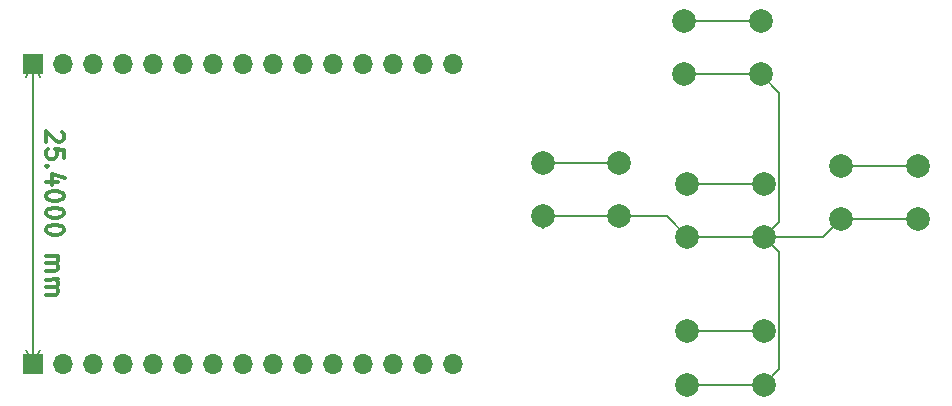
<source format=gbr>
%TF.GenerationSoftware,KiCad,Pcbnew,8.0.8*%
%TF.CreationDate,2025-06-12T22:03:47+05:30*%
%TF.ProjectId,Smart_Tic_Tac_Toe,536d6172-745f-4546-9963-5f5461635f54,rev?*%
%TF.SameCoordinates,Original*%
%TF.FileFunction,Copper,L1,Top*%
%TF.FilePolarity,Positive*%
%FSLAX46Y46*%
G04 Gerber Fmt 4.6, Leading zero omitted, Abs format (unit mm)*
G04 Created by KiCad (PCBNEW 8.0.8) date 2025-06-12 22:03:47*
%MOMM*%
%LPD*%
G01*
G04 APERTURE LIST*
%ADD10C,0.300000*%
%TA.AperFunction,NonConductor*%
%ADD11C,0.300000*%
%TD*%
%TA.AperFunction,NonConductor*%
%ADD12C,0.200000*%
%TD*%
%TA.AperFunction,ComponentPad*%
%ADD13C,2.000000*%
%TD*%
%TA.AperFunction,ComponentPad*%
%ADD14R,1.700000X1.700000*%
%TD*%
%TA.AperFunction,ComponentPad*%
%ADD15O,1.700000X1.700000*%
%TD*%
%TA.AperFunction,Conductor*%
%ADD16C,0.200000*%
%TD*%
G04 APERTURE END LIST*
D10*
D11*
X91385629Y-80768507D02*
X91457142Y-80839851D01*
X91457142Y-80839851D02*
X91528739Y-80982624D01*
X91528739Y-80982624D02*
X91529161Y-81339766D01*
X91529161Y-81339766D02*
X91457901Y-81482708D01*
X91457901Y-81482708D02*
X91386557Y-81554221D01*
X91386557Y-81554221D02*
X91243784Y-81625818D01*
X91243784Y-81625818D02*
X91100927Y-81625987D01*
X91100927Y-81625987D02*
X90886557Y-81554811D01*
X90886557Y-81554811D02*
X90028403Y-80698681D01*
X90028403Y-80698681D02*
X90029499Y-81627252D01*
X91531101Y-82982622D02*
X91530258Y-82268337D01*
X91530258Y-82268337D02*
X90815888Y-82197752D01*
X90815888Y-82197752D02*
X90887401Y-82269096D01*
X90887401Y-82269096D02*
X90958998Y-82411869D01*
X90958998Y-82411869D02*
X90959420Y-82769011D01*
X90959420Y-82769011D02*
X90888160Y-82911953D01*
X90888160Y-82911953D02*
X90816816Y-82983466D01*
X90816816Y-82983466D02*
X90674043Y-83055063D01*
X90674043Y-83055063D02*
X90316901Y-83055485D01*
X90316901Y-83055485D02*
X90173959Y-82984225D01*
X90173959Y-82984225D02*
X90102447Y-82912881D01*
X90102447Y-82912881D02*
X90030849Y-82770108D01*
X90030849Y-82770108D02*
X90030427Y-82412965D01*
X90030427Y-82412965D02*
X90101687Y-82270024D01*
X90101687Y-82270024D02*
X90173031Y-82198511D01*
X90174803Y-83698510D02*
X90103459Y-83770022D01*
X90103459Y-83770022D02*
X90031946Y-83698678D01*
X90031946Y-83698678D02*
X90103290Y-83627165D01*
X90103290Y-83627165D02*
X90174803Y-83698510D01*
X90174803Y-83698510D02*
X90031946Y-83698678D01*
X91033548Y-85054639D02*
X90033549Y-85055821D01*
X91604555Y-84696822D02*
X90532705Y-84340945D01*
X90532705Y-84340945D02*
X90533802Y-85269516D01*
X91534813Y-86125476D02*
X91534982Y-86268333D01*
X91534982Y-86268333D02*
X91463722Y-86411275D01*
X91463722Y-86411275D02*
X91392378Y-86482788D01*
X91392378Y-86482788D02*
X91249605Y-86554385D01*
X91249605Y-86554385D02*
X90963976Y-86626151D01*
X90963976Y-86626151D02*
X90606833Y-86626573D01*
X90606833Y-86626573D02*
X90321035Y-86555482D01*
X90321035Y-86555482D02*
X90178093Y-86484222D01*
X90178093Y-86484222D02*
X90106580Y-86412878D01*
X90106580Y-86412878D02*
X90034983Y-86270105D01*
X90034983Y-86270105D02*
X90034814Y-86127248D01*
X90034814Y-86127248D02*
X90106074Y-85984307D01*
X90106074Y-85984307D02*
X90177418Y-85912794D01*
X90177418Y-85912794D02*
X90320191Y-85841196D01*
X90320191Y-85841196D02*
X90605821Y-85769430D01*
X90605821Y-85769430D02*
X90962963Y-85769009D01*
X90962963Y-85769009D02*
X91248762Y-85840100D01*
X91248762Y-85840100D02*
X91391703Y-85911359D01*
X91391703Y-85911359D02*
X91463216Y-85982704D01*
X91463216Y-85982704D02*
X91534813Y-86125476D01*
X91536501Y-87554046D02*
X91536669Y-87696903D01*
X91536669Y-87696903D02*
X91465410Y-87839845D01*
X91465410Y-87839845D02*
X91394065Y-87911358D01*
X91394065Y-87911358D02*
X91251293Y-87982955D01*
X91251293Y-87982955D02*
X90965663Y-88054721D01*
X90965663Y-88054721D02*
X90608520Y-88055143D01*
X90608520Y-88055143D02*
X90322722Y-87984052D01*
X90322722Y-87984052D02*
X90179781Y-87912792D01*
X90179781Y-87912792D02*
X90108268Y-87841448D01*
X90108268Y-87841448D02*
X90036670Y-87698675D01*
X90036670Y-87698675D02*
X90036502Y-87555818D01*
X90036502Y-87555818D02*
X90107761Y-87412877D01*
X90107761Y-87412877D02*
X90179106Y-87341364D01*
X90179106Y-87341364D02*
X90321878Y-87269766D01*
X90321878Y-87269766D02*
X90607508Y-87198000D01*
X90607508Y-87198000D02*
X90964651Y-87197579D01*
X90964651Y-87197579D02*
X91250449Y-87268670D01*
X91250449Y-87268670D02*
X91393390Y-87339929D01*
X91393390Y-87339929D02*
X91464903Y-87411274D01*
X91464903Y-87411274D02*
X91536501Y-87554046D01*
X91538188Y-88982616D02*
X91538357Y-89125473D01*
X91538357Y-89125473D02*
X91467097Y-89268415D01*
X91467097Y-89268415D02*
X91395753Y-89339928D01*
X91395753Y-89339928D02*
X91252980Y-89411525D01*
X91252980Y-89411525D02*
X90967350Y-89483291D01*
X90967350Y-89483291D02*
X90610208Y-89483713D01*
X90610208Y-89483713D02*
X90324409Y-89412622D01*
X90324409Y-89412622D02*
X90181468Y-89341362D01*
X90181468Y-89341362D02*
X90109955Y-89270018D01*
X90109955Y-89270018D02*
X90038358Y-89127245D01*
X90038358Y-89127245D02*
X90038189Y-88984388D01*
X90038189Y-88984388D02*
X90109449Y-88841447D01*
X90109449Y-88841447D02*
X90180793Y-88769934D01*
X90180793Y-88769934D02*
X90323566Y-88698336D01*
X90323566Y-88698336D02*
X90609195Y-88626570D01*
X90609195Y-88626570D02*
X90966338Y-88626149D01*
X90966338Y-88626149D02*
X91252136Y-88697240D01*
X91252136Y-88697240D02*
X91395078Y-88768499D01*
X91395078Y-88768499D02*
X91466591Y-88839844D01*
X91466591Y-88839844D02*
X91538188Y-88982616D01*
X90040889Y-91270100D02*
X91040888Y-91268919D01*
X90898031Y-91269088D02*
X90969544Y-91340432D01*
X90969544Y-91340432D02*
X91041141Y-91483205D01*
X91041141Y-91483205D02*
X91041394Y-91697490D01*
X91041394Y-91697490D02*
X90970134Y-91840431D01*
X90970134Y-91840431D02*
X90827362Y-91912029D01*
X90827362Y-91912029D02*
X90041648Y-91912957D01*
X90827362Y-91912029D02*
X90970303Y-91983289D01*
X90970303Y-91983289D02*
X91041900Y-92126061D01*
X91041900Y-92126061D02*
X91042153Y-92340347D01*
X91042153Y-92340347D02*
X90970894Y-92483288D01*
X90970894Y-92483288D02*
X90828121Y-92554885D01*
X90828121Y-92554885D02*
X90042407Y-92555813D01*
X90043251Y-93270099D02*
X91043250Y-93268918D01*
X90900393Y-93269086D02*
X90971906Y-93340430D01*
X90971906Y-93340430D02*
X91043503Y-93483203D01*
X91043503Y-93483203D02*
X91043756Y-93697489D01*
X91043756Y-93697489D02*
X90972497Y-93840430D01*
X90972497Y-93840430D02*
X90829724Y-93912027D01*
X90829724Y-93912027D02*
X90044010Y-93912955D01*
X90829724Y-93912027D02*
X90972665Y-93983287D01*
X90972665Y-93983287D02*
X91044262Y-94126060D01*
X91044262Y-94126060D02*
X91044516Y-94340345D01*
X91044516Y-94340345D02*
X90973256Y-94483287D01*
X90973256Y-94483287D02*
X90830483Y-94554884D01*
X90830483Y-94554884D02*
X90044769Y-94555812D01*
D12*
X89400000Y-74999409D02*
X89486420Y-74999307D01*
X89430000Y-100399409D02*
X89516420Y-100399307D01*
X88900000Y-75000000D02*
X88930000Y-100400000D01*
X88900000Y-75000000D02*
X88930000Y-100400000D01*
X88900000Y-75000000D02*
X89487751Y-76125810D01*
X88900000Y-75000000D02*
X88314910Y-76127196D01*
X88930000Y-100400000D02*
X88342249Y-99274190D01*
X88930000Y-100400000D02*
X89515090Y-99272804D01*
D13*
%TO.P,SW1,1,1*%
%TO.N,Net-(J1-Pin_13)*%
X132070000Y-83410000D03*
X138570000Y-83410000D03*
%TO.P,SW1,2,2*%
%TO.N,GND*%
X132070000Y-87910000D03*
X138570000Y-87910000D03*
%TD*%
%TO.P,SW2,1,1*%
%TO.N,Net-(J1-Pin_14)*%
X144070000Y-71410000D03*
X150570000Y-71410000D03*
%TO.P,SW2,2,2*%
%TO.N,GND*%
X144070000Y-75910000D03*
X150570000Y-75910000D03*
%TD*%
D14*
%TO.P,J1,1,Pin_1*%
%TO.N,unconnected-(J1-Pin_1-Pad1)*%
X88930000Y-100400000D03*
D15*
%TO.P,J1,2,Pin_2*%
%TO.N,GND*%
X91470000Y-100400000D03*
%TO.P,J1,3,Pin_3*%
%TO.N,unconnected-(J1-Pin_3-Pad3)*%
X94010000Y-100400000D03*
%TO.P,J1,4,Pin_4*%
%TO.N,unconnected-(J1-Pin_4-Pad4)*%
X96550000Y-100400000D03*
%TO.P,J1,5,Pin_5*%
%TO.N,unconnected-(J1-Pin_5-Pad5)*%
X99090000Y-100400000D03*
%TO.P,J1,6,Pin_6*%
%TO.N,Net-(J1-Pin_6)*%
X101630000Y-100400000D03*
%TO.P,J1,7,Pin_7*%
%TO.N,Net-(J1-Pin_7)*%
X104170000Y-100400000D03*
%TO.P,J1,8,Pin_8*%
%TO.N,Net-(J1-Pin_8)*%
X106710000Y-100400000D03*
%TO.P,J1,9,Pin_9*%
%TO.N,unconnected-(J1-Pin_9-Pad9)*%
X109250000Y-100400000D03*
%TO.P,J1,10,Pin_10*%
%TO.N,unconnected-(J1-Pin_10-Pad10)*%
X111790000Y-100400000D03*
%TO.P,J1,11,Pin_11*%
%TO.N,unconnected-(J1-Pin_11-Pad11)*%
X114330000Y-100400000D03*
%TO.P,J1,12,Pin_12*%
%TO.N,unconnected-(J1-Pin_12-Pad12)*%
X116870000Y-100400000D03*
%TO.P,J1,13,Pin_13*%
%TO.N,Net-(J1-Pin_13)*%
X119410000Y-100400000D03*
%TO.P,J1,14,Pin_14*%
%TO.N,Net-(J1-Pin_14)*%
X121950000Y-100400000D03*
%TO.P,J1,15,Pin_15*%
%TO.N,unconnected-(J1-Pin_15-Pad15)*%
X124490000Y-100400000D03*
%TD*%
D13*
%TO.P,SW5,1,1*%
%TO.N,Net-(J1-Pin_7)*%
X144320000Y-85160000D03*
X150820000Y-85160000D03*
%TO.P,SW5,2,2*%
%TO.N,GND*%
X144320000Y-89660000D03*
X150820000Y-89660000D03*
%TD*%
D14*
%TO.P,J2,1,Pin_1*%
%TO.N,unconnected-(J2-Pin_1-Pad1)*%
X88900000Y-75000000D03*
D15*
%TO.P,J2,2,Pin_2*%
%TO.N,unconnected-(J2-Pin_2-Pad2)*%
X91440000Y-75000000D03*
%TO.P,J2,3,Pin_3*%
%TO.N,unconnected-(J2-Pin_3-Pad3)*%
X93980000Y-75000000D03*
%TO.P,J2,4,Pin_4*%
%TO.N,unconnected-(J2-Pin_4-Pad4)*%
X96520000Y-75000000D03*
%TO.P,J2,5,Pin_5*%
%TO.N,unconnected-(J2-Pin_5-Pad5)*%
X99060000Y-75000000D03*
%TO.P,J2,6,Pin_6*%
%TO.N,unconnected-(J2-Pin_6-Pad6)*%
X101600000Y-75000000D03*
%TO.P,J2,7,Pin_7*%
%TO.N,unconnected-(J2-Pin_7-Pad7)*%
X104140000Y-75000000D03*
%TO.P,J2,8,Pin_8*%
%TO.N,unconnected-(J2-Pin_8-Pad8)*%
X106680000Y-75000000D03*
%TO.P,J2,9,Pin_9*%
%TO.N,unconnected-(J2-Pin_9-Pad9)*%
X109220000Y-75000000D03*
%TO.P,J2,10,Pin_10*%
%TO.N,unconnected-(J2-Pin_10-Pad10)*%
X111760000Y-75000000D03*
%TO.P,J2,11,Pin_11*%
%TO.N,unconnected-(J2-Pin_11-Pad11)*%
X114300000Y-75000000D03*
%TO.P,J2,12,Pin_12*%
%TO.N,unconnected-(J2-Pin_12-Pad12)*%
X116840000Y-75000000D03*
%TO.P,J2,13,Pin_13*%
%TO.N,unconnected-(J2-Pin_13-Pad13)*%
X119380000Y-75000000D03*
%TO.P,J2,14,Pin_14*%
%TO.N,unconnected-(J2-Pin_14-Pad14)*%
X121920000Y-75000000D03*
%TO.P,J2,15,Pin_15*%
%TO.N,unconnected-(J2-Pin_15-Pad15)*%
X124460000Y-75000000D03*
%TD*%
D13*
%TO.P,SW4,1,1*%
%TO.N,Net-(J1-Pin_6)*%
X144320000Y-97660000D03*
X150820000Y-97660000D03*
%TO.P,SW4,2,2*%
%TO.N,GND*%
X144320000Y-102160000D03*
X150820000Y-102160000D03*
%TD*%
%TO.P,SW3,1,1*%
%TO.N,Net-(J1-Pin_8)*%
X157320000Y-83660000D03*
X163820000Y-83660000D03*
%TO.P,SW3,2,2*%
%TO.N,GND*%
X157320000Y-88160000D03*
X163820000Y-88160000D03*
%TD*%
D16*
%TO.N,Net-(J1-Pin_7)*%
X144320000Y-85160000D02*
X150820000Y-85160000D01*
%TO.N,Net-(J1-Pin_13)*%
X138570000Y-83410000D02*
X132070000Y-83410000D01*
%TO.N,GND*%
X142570000Y-87910000D02*
X138570000Y-87910000D01*
X144320000Y-102160000D02*
X144320000Y-102060000D01*
X152120000Y-88360000D02*
X150820000Y-89660000D01*
X150570000Y-75910000D02*
X152120000Y-77460000D01*
X150820000Y-89660000D02*
X155820000Y-89660000D01*
X150820000Y-102160000D02*
X152120000Y-100860000D01*
X157320000Y-88160000D02*
X163820000Y-88160000D01*
X138570000Y-87910000D02*
X132070000Y-87910000D01*
X150570000Y-75910000D02*
X144070000Y-75910000D01*
X150820000Y-102160000D02*
X144320000Y-102160000D01*
X132070000Y-87910000D02*
X132070000Y-88890000D01*
X152120000Y-100860000D02*
X152120000Y-90960000D01*
X144320000Y-89660000D02*
X142570000Y-87910000D01*
X152120000Y-77460000D02*
X152120000Y-88360000D01*
X132070000Y-88890000D02*
X132080000Y-88900000D01*
X144320000Y-89660000D02*
X150820000Y-89660000D01*
X152120000Y-90960000D02*
X150820000Y-89660000D01*
X91440000Y-88900000D02*
X91470000Y-88930000D01*
X155820000Y-89660000D02*
X157320000Y-88160000D01*
%TO.N,Net-(J1-Pin_14)*%
X144070000Y-71410000D02*
X150570000Y-71410000D01*
%TO.N,Net-(J1-Pin_8)*%
X157320000Y-83660000D02*
X163820000Y-83660000D01*
%TO.N,Net-(J1-Pin_6)*%
X150820000Y-97660000D02*
X144320000Y-97660000D01*
%TD*%
M02*

</source>
